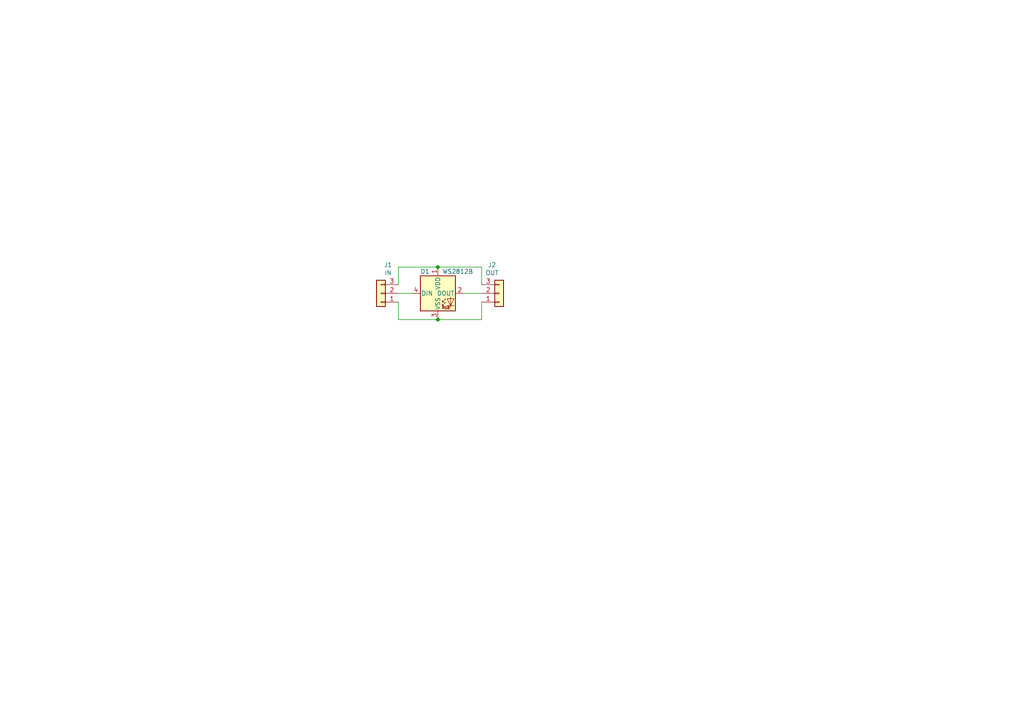
<source format=kicad_sch>
(kicad_sch (version 20230121) (generator eeschema)
  (paper "A4")
  (lib_symbols
    (symbol "Connector_Generic:Conn_01x03" (pin_names (offset 1.016) hide)
      (property "Reference" "J" (at 0 5.08 0))
      (property "Value" "Conn_01x03" (at 0 -5.08 0))
      (symbol "Conn_01x03_1_1"
        (rectangle (start -1.27 -2.413) (end 0 -2.667) (stroke (width 0.1524)))
        (rectangle (start -1.27 0.127) (end 0 -0.127) (stroke (width 0.1524)))
        (rectangle (start -1.27 2.667) (end 0 2.413) (stroke (width 0.1524)))
        (rectangle (start -1.27 3.81) (end 1.27 -3.81) (stroke (width 0.254)) (fill (type background)))
        (pin passive line (at -5.08 2.54 0) (length 3.81) (name "Pin_1") (number "1"))
        (pin passive line (at -5.08 0 0) (length 3.81) (name "Pin_2") (number "2"))
        (pin passive line (at -5.08 -2.54 0) (length 3.81) (name "Pin_3") (number "3"))
      )
    )
    (symbol "LED:WS2812B" (pin_names (offset 0.254))
      (property "Reference" "D" (at 5.08 5.715 0))
      (property "Value" "WS2812B" (at 1.27 -5.715 0))
      (symbol "WS2812B_0_0"
        (text "RGB" (at 2.286 -4.191 0) (effects (font (size 0.762 0.762))))
      )
      (symbol "WS2812B_0_1"
        (polyline (pts (xy 1.27 -3.556) (xy 1.778 -3.556)))
        (polyline (pts (xy 1.27 -2.54) (xy 1.778 -2.54)))
        (polyline (pts (xy 4.699 -3.556) (xy 2.667 -3.556)))
        (polyline (pts (xy 2.286 -2.54) (xy 1.27 -3.556) (xy 1.27 -3.048)))
        (polyline (pts (xy 2.286 -1.524) (xy 1.27 -2.54) (xy 1.27 -2.032)))
        (polyline (pts (xy 3.683 -1.016) (xy 3.683 -3.556) (xy 3.683 -4.064)))
        (polyline (pts (xy 4.699 -1.524) (xy 2.667 -1.524) (xy 3.683 -3.556) (xy 4.699 -1.524)))
        (rectangle (start 5.08 5.08) (end -5.08 -5.08) (stroke (width 0.254)) (fill (type background)))
      )
      (symbol "WS2812B_1_1"
        (pin power_in line (at 0 7.62 270) (length 2.54) (name "VDD") (number "1"))
        (pin output line (at 7.62 0 180) (length 2.54) (name "DOUT") (number "2"))
        (pin power_in line (at 0 -7.62 90) (length 2.54) (name "VSS") (number "3"))
        (pin input line (at -7.62 0 0) (length 2.54) (name "DIN") (number "4"))
      )
    )
  )
  (junction (at 127 92.71))
  (junction (at 127 77.47))
  (wire (pts (xy 115.57 77.47) (xy 115.57 82.55)))
  (wire (pts (xy 127 77.47) (xy 115.57 77.47)))
  (wire (pts (xy 139.7 85.09) (xy 134.62 85.09)))
  (wire (pts (xy 115.57 92.71) (xy 127 92.71)))
  (wire (pts (xy 127 92.71) (xy 139.7 92.71)))
  (wire (pts (xy 139.7 77.47) (xy 139.7 82.55)))
  (wire (pts (xy 115.57 85.09) (xy 119.38 85.09)))
  (wire (pts (xy 115.57 87.63) (xy 115.57 92.71)))
  (wire (pts (xy 127 77.47) (xy 139.7 77.47)))
  (wire (pts (xy 139.7 87.63) (xy 139.7 92.71)))
  (symbol (lib_id "LED:WS2812B") (at 127 85.09 0) (unit 1)
    (property "Reference" "D1" (at 121.92 78.74 0) (effects (justify left)))
    (property "Value" "WS2812B" (at 128.27 78.74 0) (effects (justify left)))
    (property "Footprint" "LED_SMD:LED_WS2812B_PLCC4_5.0x5.0mm_P3.2mm" (effects hide))
    (property "Datasheet" "https://cdn-shop.adafruit.com/datasheets/WS2812B.pdf" (effects hide))
  )
  (symbol (lib_id "Connector_Generic:Conn_01x03") (at 110.49 85.09 180) (unit 1)
    (property "Reference" "J1" (at 112.5728 76.835 0))
    (property "Value" "IN" (at 112.5728 79.1464 0))
    (property "Footprint" "Connector_PinHeader_2.54mm:PinHeader_1x03_P2.54mm_Vertical" (effects hide))
  )
  (symbol (lib_id "Connector_Generic:Conn_01x03") (at 144.78 85.09 0) (mirror x) (unit 1)
    (property "Reference" "J2" (at 142.6972 76.835 0))
    (property "Value" "OUT" (at 142.6972 79.1464 0))
    (property "Footprint" "Connector_PinHeader_2.54mm:PinHeader_1x03_P2.54mm_Vertical" (effects hide))
  )
)
</source>
